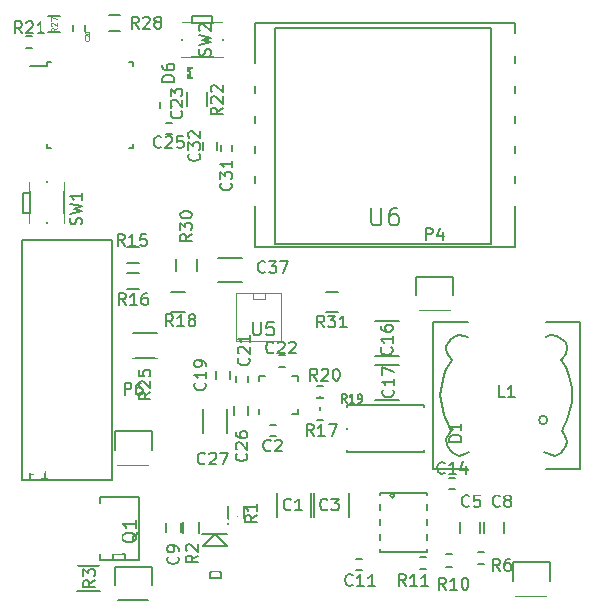
<source format=gto>
%FSLAX46Y46*%
G04 Gerber Fmt 4.6, Leading zero omitted, Abs format (unit mm)*
G04 Created by KiCad (PCBNEW (2014-10-31 BZR 5243)-product) date Sa 04 Apr 2015 22:31:08 CEST*
%MOMM*%
G01*
G04 APERTURE LIST*
%ADD10C,0.100000*%
%ADD11C,0.150000*%
%ADD12C,0.099060*%
%ADD13C,0.127000*%
%ADD14C,0.070000*%
%ADD15C,0.050000*%
%ADD16C,0.152400*%
%ADD17R,5.700040X5.199660*%
%ADD18R,2.332000X2.332000*%
%ADD19O,2.332000X2.332000*%
%ADD20O,0.600000X1.050000*%
%ADD21O,1.050000X0.600000*%
%ADD22R,1.200000X1.200000*%
%ADD23R,2.800000X1.300000*%
%ADD24R,1.550000X1.300000*%
%ADD25R,0.900000X0.800000*%
%ADD26R,1.300000X2.800000*%
%ADD27R,1.050000X1.100000*%
%ADD28R,0.800000X0.900000*%
%ADD29R,1.900000X1.300000*%
%ADD30R,0.700000X0.900000*%
%ADD31R,0.800000X1.200000*%
%ADD32R,1.200000X2.000000*%
%ADD33R,1.900000X0.850000*%
%ADD34R,0.850000X1.900000*%
%ADD35R,1.300000X1.900000*%
%ADD36R,1.000000X1.600000*%
%ADD37R,1.600000X1.000000*%
%ADD38R,1.300000X1.550000*%
%ADD39R,1.600480X1.100100*%
%ADD40R,1.097560X1.097560*%
%ADD41O,3.300000X1.900000*%
%ADD42R,1.500000X1.300000*%
%ADD43R,2.450000X0.750000*%
%ADD44C,1.800000*%
%ADD45R,1.350000X1.700000*%
%ADD46R,1.700000X1.350000*%
%ADD47R,1.700000X1.690000*%
%ADD48R,5.160000X3.660000*%
%ADD49R,4.872000X1.824000*%
%ADD50R,4.371620X1.300000*%
%ADD51R,1.999260X1.600480*%
%ADD52R,1.699540X0.899440*%
%ADD53R,3.099080X4.300500*%
%ADD54R,1.200000X0.800000*%
%ADD55R,2.535200X2.535200*%
%ADD56R,2.200000X2.200000*%
G04 APERTURE END LIST*
D10*
D11*
X120654418Y-54600580D02*
G75*
G03X120654418Y-54600580I-355618J0D01*
G01*
X120499460Y-47600340D02*
X120601060Y-47498740D01*
X120601060Y-47498740D02*
X120999840Y-47399680D01*
X120999840Y-47399680D02*
X121500220Y-47498740D01*
X121500220Y-47498740D02*
X121799940Y-47699400D01*
X121799940Y-47699400D02*
X122201260Y-47999120D01*
X122201260Y-47999120D02*
X122300320Y-48499500D01*
X122300320Y-48499500D02*
X122201260Y-48999880D01*
X122201260Y-48999880D02*
X121899000Y-49401200D01*
X121899000Y-49401200D02*
X121799940Y-49500260D01*
X121799940Y-49500260D02*
X122201260Y-50099700D01*
X122201260Y-50099700D02*
X122500980Y-50899800D01*
X122500980Y-50899800D02*
X122699100Y-51900560D01*
X122699100Y-51900560D02*
X122699100Y-53099440D01*
X122699100Y-53099440D02*
X122500980Y-54001140D01*
X122500980Y-54001140D02*
X122300320Y-54600580D01*
X122300320Y-54600580D02*
X122099660Y-55100960D01*
X122099660Y-55100960D02*
X121899000Y-55499740D01*
X121899000Y-55499740D02*
X122099660Y-55799460D01*
X122099660Y-55799460D02*
X122300320Y-56398900D01*
X122300320Y-56398900D02*
X122201260Y-56800220D01*
X122201260Y-56800220D02*
X122000600Y-57099940D01*
X122000600Y-57099940D02*
X121799940Y-57399660D01*
X121799940Y-57399660D02*
X121299560Y-57600320D01*
X121299560Y-57600320D02*
X120799180Y-57501260D01*
X120799180Y-57501260D02*
X120400400Y-57300600D01*
X113900540Y-47600340D02*
X113600820Y-47498740D01*
X113600820Y-47498740D02*
X113199500Y-47399680D01*
X113199500Y-47399680D02*
X112899780Y-47498740D01*
X112899780Y-47498740D02*
X112501000Y-47699400D01*
X112501000Y-47699400D02*
X112300340Y-47999120D01*
X112300340Y-47999120D02*
X112099680Y-48298840D01*
X112099680Y-48298840D02*
X112099680Y-48601100D01*
X112099680Y-48601100D02*
X112198740Y-48900820D01*
X112198740Y-48900820D02*
X112300340Y-49200540D01*
X112300340Y-49200540D02*
X112600060Y-49500260D01*
X112600060Y-49500260D02*
X112300340Y-49899040D01*
X112300340Y-49899040D02*
X112099680Y-50300360D01*
X112099680Y-50300360D02*
X111899020Y-50800740D01*
X111899020Y-50800740D02*
X111700900Y-51600840D01*
X111700900Y-51600840D02*
X111599300Y-52500000D01*
X111599300Y-52500000D02*
X111700900Y-53300100D01*
X111700900Y-53300100D02*
X111899020Y-54199260D01*
X111899020Y-54199260D02*
X112300340Y-55100960D01*
X112300340Y-55100960D02*
X112501000Y-55499740D01*
X112501000Y-55499740D02*
X112300340Y-55799460D01*
X112300340Y-55799460D02*
X112099680Y-56200780D01*
X112099680Y-56200780D02*
X112198740Y-56701160D01*
X112198740Y-56701160D02*
X112399400Y-57099940D01*
X112399400Y-57099940D02*
X112699120Y-57399660D01*
X112699120Y-57399660D02*
X113199500Y-57600320D01*
X113199500Y-57600320D02*
X113699880Y-57501260D01*
X113699880Y-57501260D02*
X113999600Y-57300600D01*
X120499460Y-58700140D02*
X123400140Y-58700140D01*
X123400140Y-58700140D02*
X123400140Y-46299860D01*
X123400140Y-46299860D02*
X120499460Y-46299860D01*
X110999860Y-46299860D02*
X110999860Y-58700140D01*
X110999860Y-58700140D02*
X113900540Y-58700140D01*
X110999860Y-46299860D02*
X113900540Y-46299860D01*
X96275000Y-50875000D02*
X96775000Y-50875000D01*
X99525000Y-54125000D02*
X99025000Y-54125000D01*
X99525000Y-50875000D02*
X99025000Y-50875000D01*
X96275000Y-54125000D02*
X96275000Y-53625000D01*
X99525000Y-54125000D02*
X99525000Y-53625000D01*
X99525000Y-50875000D02*
X99525000Y-51375000D01*
X96275000Y-50875000D02*
X96275000Y-51375000D01*
X97725000Y-60800000D02*
X97725000Y-62800000D01*
X100675000Y-62800000D02*
X100675000Y-60800000D01*
X100925000Y-60800000D02*
X100925000Y-62800000D01*
X103875000Y-62800000D02*
X103875000Y-60800000D01*
X113250000Y-63200000D02*
X113250000Y-64200000D01*
X114950000Y-64200000D02*
X114950000Y-63200000D01*
X115250000Y-63200000D02*
X115250000Y-64200000D01*
X116950000Y-64200000D02*
X116950000Y-63200000D01*
X104950000Y-66325000D02*
X104450000Y-66325000D01*
X104450000Y-67275000D02*
X104950000Y-67275000D01*
X112350000Y-60475000D02*
X112850000Y-60475000D01*
X112850000Y-59525000D02*
X112350000Y-59525000D01*
X106100000Y-49175000D02*
X108100000Y-49175000D01*
X108100000Y-46225000D02*
X106100000Y-46225000D01*
X106100000Y-52875000D02*
X108100000Y-52875000D01*
X108100000Y-49925000D02*
X106100000Y-49925000D01*
X92600000Y-51150000D02*
X92600000Y-50450000D01*
X93800000Y-50450000D02*
X93800000Y-51150000D01*
X80525000Y-21150000D02*
X80525000Y-21650000D01*
X81475000Y-21650000D02*
X81475000Y-21150000D01*
X94325000Y-50850000D02*
X94325000Y-51350000D01*
X95275000Y-51350000D02*
X95275000Y-50850000D01*
X98450000Y-49125000D02*
X97950000Y-49125000D01*
X97950000Y-50075000D02*
X98450000Y-50075000D01*
X87825000Y-27650000D02*
X87825000Y-28150000D01*
X88775000Y-28150000D02*
X88775000Y-27650000D01*
X88850000Y-29425000D02*
X88350000Y-29425000D01*
X88350000Y-30375000D02*
X88850000Y-30375000D01*
X95300000Y-53450000D02*
X95300000Y-54150000D01*
X94100000Y-54150000D02*
X94100000Y-53450000D01*
X93525000Y-55700000D02*
X93525000Y-53700000D01*
X91475000Y-53700000D02*
X91475000Y-55700000D01*
X93025000Y-31350000D02*
X93025000Y-31850000D01*
X93975000Y-31850000D02*
X93975000Y-31350000D01*
X91500000Y-31750000D02*
X91500000Y-31050000D01*
X92700000Y-31050000D02*
X92700000Y-31750000D01*
X115250000Y-65775000D02*
X114750000Y-65775000D01*
X114750000Y-66825000D02*
X115250000Y-66825000D01*
X112050000Y-67025000D02*
X112550000Y-67025000D01*
X112550000Y-65975000D02*
X112050000Y-65975000D01*
X109850000Y-67225000D02*
X110350000Y-67225000D01*
X110350000Y-66175000D02*
X109850000Y-66175000D01*
X85100000Y-39925000D02*
X86100000Y-39925000D01*
X86100000Y-41275000D02*
X85100000Y-41275000D01*
X85100000Y-42125000D02*
X86100000Y-42125000D01*
X86100000Y-43475000D02*
X85100000Y-43475000D01*
X101650000Y-53575000D02*
X101150000Y-53575000D01*
X101150000Y-54625000D02*
X101650000Y-54625000D01*
X101650000Y-52675000D02*
X101150000Y-52675000D01*
X101150000Y-53725000D02*
X101650000Y-53725000D01*
X101650000Y-51675000D02*
X101150000Y-51675000D01*
X101150000Y-52725000D02*
X101650000Y-52725000D01*
X77050000Y-22075000D02*
X76550000Y-22075000D01*
X76550000Y-23125000D02*
X77050000Y-23125000D01*
X85600000Y-47225000D02*
X87600000Y-47225000D01*
X87600000Y-49375000D02*
X85600000Y-49375000D01*
X78290000Y-24315000D02*
X78290000Y-24640000D01*
X85540000Y-24315000D02*
X85540000Y-24640000D01*
X85540000Y-31565000D02*
X85540000Y-31240000D01*
X78290000Y-31565000D02*
X78290000Y-31240000D01*
X78290000Y-24315000D02*
X78615000Y-24315000D01*
X78290000Y-31565000D02*
X78615000Y-31565000D01*
X85540000Y-31565000D02*
X85215000Y-31565000D01*
X85540000Y-24315000D02*
X85215000Y-24315000D01*
X78290000Y-24640000D02*
X76865000Y-24640000D01*
X94800000Y-40875000D02*
X92800000Y-40875000D01*
X92800000Y-42925000D02*
X94800000Y-42925000D01*
X88800000Y-43725000D02*
X90000000Y-43725000D01*
X90000000Y-45475000D02*
X88800000Y-45475000D01*
X91875000Y-26800000D02*
X91875000Y-28000000D01*
X90125000Y-28000000D02*
X90125000Y-26800000D01*
X79400000Y-21775000D02*
X78400000Y-21775000D01*
X78400000Y-20425000D02*
X79400000Y-20425000D01*
X84500000Y-21675000D02*
X83500000Y-21675000D01*
X83500000Y-20325000D02*
X84500000Y-20325000D01*
X89250000Y-41000000D02*
X89250000Y-42000000D01*
X90950000Y-42000000D02*
X90950000Y-41000000D01*
X101900000Y-45450000D02*
X102900000Y-45450000D01*
X102900000Y-43750000D02*
X101900000Y-43750000D01*
D12*
X94295000Y-43868000D02*
X94295000Y-47932000D01*
X98105000Y-43868000D02*
X98105000Y-47932000D01*
X98105000Y-47932000D02*
X94295000Y-47932000D01*
X94422000Y-43868000D02*
X94295000Y-43868000D01*
X98105000Y-43868000D02*
X94422000Y-43868000D01*
X96708000Y-43868000D02*
X96708000Y-44376000D01*
X96708000Y-44376000D02*
X95692000Y-44376000D01*
X95692000Y-44376000D02*
X95692000Y-43868000D01*
D11*
X89950420Y-25649580D02*
X89950420Y-24750420D01*
X89950420Y-24750420D02*
X89551640Y-24750420D01*
X89551640Y-25649580D02*
X89551640Y-24750420D01*
X89950420Y-25649580D02*
X89551640Y-25649580D01*
X91248360Y-25649580D02*
X91248360Y-24750420D01*
X91248360Y-24750420D02*
X90849580Y-24750420D01*
X90849580Y-25649580D02*
X90849580Y-24750420D01*
X91248360Y-25649580D02*
X90849580Y-25649580D01*
X90400000Y-25649580D02*
X90400000Y-25499720D01*
X90400000Y-25499720D02*
X90100280Y-25499720D01*
X90100280Y-25649580D02*
X90100280Y-25499720D01*
X90400000Y-25649580D02*
X90100280Y-25649580D01*
X90400000Y-24900280D02*
X90400000Y-24750420D01*
X90400000Y-24750420D02*
X90100280Y-24750420D01*
X90100280Y-24900280D02*
X90100280Y-24750420D01*
X90400000Y-24900280D02*
X90100280Y-24900280D01*
X90400000Y-25349860D02*
X90400000Y-25050140D01*
X90400000Y-25050140D02*
X90100280Y-25050140D01*
X90100280Y-25349860D02*
X90100280Y-25050140D01*
X90400000Y-25349860D02*
X90100280Y-25349860D01*
X89950420Y-25598780D02*
X90849580Y-25598780D01*
X89950420Y-24801220D02*
X90849580Y-24801220D01*
X97635000Y-21440000D02*
X115885000Y-21440000D01*
X115885000Y-21440000D02*
X115885000Y-39690000D01*
X115885000Y-39690000D02*
X97635000Y-39690000D01*
X97635000Y-39690000D02*
X97635000Y-21440000D01*
X95885000Y-20940000D02*
X117885000Y-20940000D01*
X117885000Y-20940000D02*
X117885000Y-39940000D01*
X117885000Y-39940000D02*
X95885000Y-39940000D01*
X95885000Y-39940000D02*
X95885000Y-20940000D01*
X107684605Y-61019000D02*
G75*
G03X107684605Y-61019000I-179605J0D01*
G01*
X106457000Y-60796000D02*
X106457000Y-65796000D01*
X106457000Y-65796000D02*
X110457000Y-65796000D01*
X110457000Y-65796000D02*
X110457000Y-60796000D01*
X110457000Y-60796000D02*
X106457000Y-60796000D01*
X76200000Y-39370000D02*
X83820000Y-39370000D01*
X83820000Y-39370000D02*
X83820000Y-59690000D01*
X83820000Y-59690000D02*
X76200000Y-59690000D01*
X76200000Y-59690000D02*
X76200000Y-39370000D01*
X76855000Y-35345000D02*
X76855000Y-37045000D01*
X76855000Y-37045000D02*
X76255000Y-37045000D01*
X76255000Y-37045000D02*
X76255000Y-35345000D01*
X76255000Y-35345000D02*
X76855000Y-35345000D01*
X79755000Y-34445000D02*
X79755000Y-37945000D01*
X79755000Y-37945000D02*
X76855000Y-37945000D01*
X76855000Y-37945000D02*
X76855000Y-34445000D01*
X76855000Y-34445000D02*
X79655000Y-34445000D01*
X92290000Y-20975000D02*
X90590000Y-20975000D01*
X90590000Y-20975000D02*
X90590000Y-20375000D01*
X90590000Y-20375000D02*
X92290000Y-20375000D01*
X92290000Y-20375000D02*
X92290000Y-20975000D01*
X93190000Y-23875000D02*
X89690000Y-23875000D01*
X89690000Y-23875000D02*
X89690000Y-20975000D01*
X89690000Y-20975000D02*
X93190000Y-20975000D01*
X93190000Y-20975000D02*
X93190000Y-23775000D01*
X97650000Y-55025000D02*
X97150000Y-55025000D01*
X97150000Y-55975000D02*
X97650000Y-55975000D01*
X103700000Y-53300000D02*
X103700000Y-57300000D01*
X103700000Y-57300000D02*
X110200000Y-57300000D01*
X110200000Y-57300000D02*
X110200000Y-53300000D01*
X110200000Y-53300000D02*
X103700000Y-53300000D01*
X89600000Y-63350000D02*
X89600000Y-64050000D01*
X88400000Y-64050000D02*
X88400000Y-63350000D01*
X92550800Y-64249760D02*
X91499240Y-65250520D01*
X91499240Y-65250520D02*
X93500760Y-65250520D01*
X93500760Y-65250520D02*
X92500000Y-64249760D01*
X91450980Y-64249760D02*
X93549020Y-64249760D01*
D13*
X86051000Y-61099980D02*
X86051000Y-66449220D01*
X82749000Y-66449220D02*
X82749000Y-61099980D01*
X82749000Y-61099980D02*
X86051000Y-61099980D01*
X82749000Y-66449220D02*
X86051000Y-66449220D01*
X83892000Y-66467000D02*
X83892000Y-65959000D01*
X83892000Y-65959000D02*
X84908000Y-65959000D01*
X84908000Y-65959000D02*
X84908000Y-66467000D01*
D11*
X94975000Y-61900000D02*
X94975000Y-62900000D01*
X93625000Y-62900000D02*
X93625000Y-61900000D01*
X89825000Y-64200000D02*
X89825000Y-63200000D01*
X91175000Y-63200000D02*
X91175000Y-64200000D01*
X82800000Y-69075000D02*
X80800000Y-69075000D01*
X80800000Y-66925000D02*
X82800000Y-66925000D01*
X112650000Y-42450000D02*
X112650000Y-44000000D01*
X109550000Y-44000000D02*
X109550000Y-42450000D01*
X109550000Y-42450000D02*
X112650000Y-42450000D01*
X109830000Y-45270000D02*
X112370000Y-45270000D01*
X87150000Y-67050000D02*
X87150000Y-68600000D01*
X84050000Y-68600000D02*
X84050000Y-67050000D01*
X84050000Y-67050000D02*
X87150000Y-67050000D01*
X84330000Y-69870000D02*
X86870000Y-69870000D01*
X87150000Y-55550000D02*
X87150000Y-57100000D01*
X84050000Y-57100000D02*
X84050000Y-55550000D01*
X84050000Y-55550000D02*
X87150000Y-55550000D01*
X84330000Y-58370000D02*
X86870000Y-58370000D01*
X120850000Y-66650000D02*
X120850000Y-68200000D01*
X117750000Y-68200000D02*
X117750000Y-66650000D01*
X117750000Y-66650000D02*
X120850000Y-66650000D01*
X118030000Y-69470000D02*
X120570000Y-69470000D01*
X117033334Y-52652381D02*
X116557143Y-52652381D01*
X116557143Y-51652381D01*
X117890477Y-52652381D02*
X117319048Y-52652381D01*
X117604762Y-52652381D02*
X117604762Y-51652381D01*
X117509524Y-51795238D01*
X117414286Y-51890476D01*
X117319048Y-51938095D01*
X76861905Y-59612381D02*
X76861905Y-58612381D01*
X77242858Y-58612381D01*
X77338096Y-58660000D01*
X77385715Y-58707619D01*
X77433334Y-58802857D01*
X77433334Y-58945714D01*
X77385715Y-59040952D01*
X77338096Y-59088571D01*
X77242858Y-59136190D01*
X76861905Y-59136190D01*
X78385715Y-59612381D02*
X77814286Y-59612381D01*
X78100000Y-59612381D02*
X78100000Y-58612381D01*
X78004762Y-58755238D01*
X77909524Y-58850476D01*
X77814286Y-58898095D01*
X98933334Y-62157143D02*
X98885715Y-62204762D01*
X98742858Y-62252381D01*
X98647620Y-62252381D01*
X98504762Y-62204762D01*
X98409524Y-62109524D01*
X98361905Y-62014286D01*
X98314286Y-61823810D01*
X98314286Y-61680952D01*
X98361905Y-61490476D01*
X98409524Y-61395238D01*
X98504762Y-61300000D01*
X98647620Y-61252381D01*
X98742858Y-61252381D01*
X98885715Y-61300000D01*
X98933334Y-61347619D01*
X99885715Y-62252381D02*
X99314286Y-62252381D01*
X99600000Y-62252381D02*
X99600000Y-61252381D01*
X99504762Y-61395238D01*
X99409524Y-61490476D01*
X99314286Y-61538095D01*
X102033334Y-62157143D02*
X101985715Y-62204762D01*
X101842858Y-62252381D01*
X101747620Y-62252381D01*
X101604762Y-62204762D01*
X101509524Y-62109524D01*
X101461905Y-62014286D01*
X101414286Y-61823810D01*
X101414286Y-61680952D01*
X101461905Y-61490476D01*
X101509524Y-61395238D01*
X101604762Y-61300000D01*
X101747620Y-61252381D01*
X101842858Y-61252381D01*
X101985715Y-61300000D01*
X102033334Y-61347619D01*
X102366667Y-61252381D02*
X102985715Y-61252381D01*
X102652381Y-61633333D01*
X102795239Y-61633333D01*
X102890477Y-61680952D01*
X102938096Y-61728571D01*
X102985715Y-61823810D01*
X102985715Y-62061905D01*
X102938096Y-62157143D01*
X102890477Y-62204762D01*
X102795239Y-62252381D01*
X102509524Y-62252381D01*
X102414286Y-62204762D01*
X102366667Y-62157143D01*
X114033334Y-61857143D02*
X113985715Y-61904762D01*
X113842858Y-61952381D01*
X113747620Y-61952381D01*
X113604762Y-61904762D01*
X113509524Y-61809524D01*
X113461905Y-61714286D01*
X113414286Y-61523810D01*
X113414286Y-61380952D01*
X113461905Y-61190476D01*
X113509524Y-61095238D01*
X113604762Y-61000000D01*
X113747620Y-60952381D01*
X113842858Y-60952381D01*
X113985715Y-61000000D01*
X114033334Y-61047619D01*
X114938096Y-60952381D02*
X114461905Y-60952381D01*
X114414286Y-61428571D01*
X114461905Y-61380952D01*
X114557143Y-61333333D01*
X114795239Y-61333333D01*
X114890477Y-61380952D01*
X114938096Y-61428571D01*
X114985715Y-61523810D01*
X114985715Y-61761905D01*
X114938096Y-61857143D01*
X114890477Y-61904762D01*
X114795239Y-61952381D01*
X114557143Y-61952381D01*
X114461905Y-61904762D01*
X114414286Y-61857143D01*
X116633334Y-61857143D02*
X116585715Y-61904762D01*
X116442858Y-61952381D01*
X116347620Y-61952381D01*
X116204762Y-61904762D01*
X116109524Y-61809524D01*
X116061905Y-61714286D01*
X116014286Y-61523810D01*
X116014286Y-61380952D01*
X116061905Y-61190476D01*
X116109524Y-61095238D01*
X116204762Y-61000000D01*
X116347620Y-60952381D01*
X116442858Y-60952381D01*
X116585715Y-61000000D01*
X116633334Y-61047619D01*
X117204762Y-61380952D02*
X117109524Y-61333333D01*
X117061905Y-61285714D01*
X117014286Y-61190476D01*
X117014286Y-61142857D01*
X117061905Y-61047619D01*
X117109524Y-61000000D01*
X117204762Y-60952381D01*
X117395239Y-60952381D01*
X117490477Y-61000000D01*
X117538096Y-61047619D01*
X117585715Y-61142857D01*
X117585715Y-61190476D01*
X117538096Y-61285714D01*
X117490477Y-61333333D01*
X117395239Y-61380952D01*
X117204762Y-61380952D01*
X117109524Y-61428571D01*
X117061905Y-61476190D01*
X117014286Y-61571429D01*
X117014286Y-61761905D01*
X117061905Y-61857143D01*
X117109524Y-61904762D01*
X117204762Y-61952381D01*
X117395239Y-61952381D01*
X117490477Y-61904762D01*
X117538096Y-61857143D01*
X117585715Y-61761905D01*
X117585715Y-61571429D01*
X117538096Y-61476190D01*
X117490477Y-61428571D01*
X117395239Y-61380952D01*
X104157143Y-68557143D02*
X104109524Y-68604762D01*
X103966667Y-68652381D01*
X103871429Y-68652381D01*
X103728571Y-68604762D01*
X103633333Y-68509524D01*
X103585714Y-68414286D01*
X103538095Y-68223810D01*
X103538095Y-68080952D01*
X103585714Y-67890476D01*
X103633333Y-67795238D01*
X103728571Y-67700000D01*
X103871429Y-67652381D01*
X103966667Y-67652381D01*
X104109524Y-67700000D01*
X104157143Y-67747619D01*
X105109524Y-68652381D02*
X104538095Y-68652381D01*
X104823809Y-68652381D02*
X104823809Y-67652381D01*
X104728571Y-67795238D01*
X104633333Y-67890476D01*
X104538095Y-67938095D01*
X106061905Y-68652381D02*
X105490476Y-68652381D01*
X105776190Y-68652381D02*
X105776190Y-67652381D01*
X105680952Y-67795238D01*
X105585714Y-67890476D01*
X105490476Y-67938095D01*
X111957143Y-59057143D02*
X111909524Y-59104762D01*
X111766667Y-59152381D01*
X111671429Y-59152381D01*
X111528571Y-59104762D01*
X111433333Y-59009524D01*
X111385714Y-58914286D01*
X111338095Y-58723810D01*
X111338095Y-58580952D01*
X111385714Y-58390476D01*
X111433333Y-58295238D01*
X111528571Y-58200000D01*
X111671429Y-58152381D01*
X111766667Y-58152381D01*
X111909524Y-58200000D01*
X111957143Y-58247619D01*
X112909524Y-59152381D02*
X112338095Y-59152381D01*
X112623809Y-59152381D02*
X112623809Y-58152381D01*
X112528571Y-58295238D01*
X112433333Y-58390476D01*
X112338095Y-58438095D01*
X113766667Y-58485714D02*
X113766667Y-59152381D01*
X113528571Y-58104762D02*
X113290476Y-58819048D01*
X113909524Y-58819048D01*
X107457143Y-48442857D02*
X107504762Y-48490476D01*
X107552381Y-48633333D01*
X107552381Y-48728571D01*
X107504762Y-48871429D01*
X107409524Y-48966667D01*
X107314286Y-49014286D01*
X107123810Y-49061905D01*
X106980952Y-49061905D01*
X106790476Y-49014286D01*
X106695238Y-48966667D01*
X106600000Y-48871429D01*
X106552381Y-48728571D01*
X106552381Y-48633333D01*
X106600000Y-48490476D01*
X106647619Y-48442857D01*
X107552381Y-47490476D02*
X107552381Y-48061905D01*
X107552381Y-47776191D02*
X106552381Y-47776191D01*
X106695238Y-47871429D01*
X106790476Y-47966667D01*
X106838095Y-48061905D01*
X106552381Y-46633333D02*
X106552381Y-46823810D01*
X106600000Y-46919048D01*
X106647619Y-46966667D01*
X106790476Y-47061905D01*
X106980952Y-47109524D01*
X107361905Y-47109524D01*
X107457143Y-47061905D01*
X107504762Y-47014286D01*
X107552381Y-46919048D01*
X107552381Y-46728571D01*
X107504762Y-46633333D01*
X107457143Y-46585714D01*
X107361905Y-46538095D01*
X107123810Y-46538095D01*
X107028571Y-46585714D01*
X106980952Y-46633333D01*
X106933333Y-46728571D01*
X106933333Y-46919048D01*
X106980952Y-47014286D01*
X107028571Y-47061905D01*
X107123810Y-47109524D01*
X107557143Y-52042857D02*
X107604762Y-52090476D01*
X107652381Y-52233333D01*
X107652381Y-52328571D01*
X107604762Y-52471429D01*
X107509524Y-52566667D01*
X107414286Y-52614286D01*
X107223810Y-52661905D01*
X107080952Y-52661905D01*
X106890476Y-52614286D01*
X106795238Y-52566667D01*
X106700000Y-52471429D01*
X106652381Y-52328571D01*
X106652381Y-52233333D01*
X106700000Y-52090476D01*
X106747619Y-52042857D01*
X107652381Y-51090476D02*
X107652381Y-51661905D01*
X107652381Y-51376191D02*
X106652381Y-51376191D01*
X106795238Y-51471429D01*
X106890476Y-51566667D01*
X106938095Y-51661905D01*
X106652381Y-50757143D02*
X106652381Y-50090476D01*
X107652381Y-50519048D01*
X91657143Y-51442857D02*
X91704762Y-51490476D01*
X91752381Y-51633333D01*
X91752381Y-51728571D01*
X91704762Y-51871429D01*
X91609524Y-51966667D01*
X91514286Y-52014286D01*
X91323810Y-52061905D01*
X91180952Y-52061905D01*
X90990476Y-52014286D01*
X90895238Y-51966667D01*
X90800000Y-51871429D01*
X90752381Y-51728571D01*
X90752381Y-51633333D01*
X90800000Y-51490476D01*
X90847619Y-51442857D01*
X91752381Y-50490476D02*
X91752381Y-51061905D01*
X91752381Y-50776191D02*
X90752381Y-50776191D01*
X90895238Y-50871429D01*
X90990476Y-50966667D01*
X91038095Y-51061905D01*
X91752381Y-50014286D02*
X91752381Y-49823810D01*
X91704762Y-49728571D01*
X91657143Y-49680952D01*
X91514286Y-49585714D01*
X91323810Y-49538095D01*
X90942857Y-49538095D01*
X90847619Y-49585714D01*
X90800000Y-49633333D01*
X90752381Y-49728571D01*
X90752381Y-49919048D01*
X90800000Y-50014286D01*
X90847619Y-50061905D01*
X90942857Y-50109524D01*
X91180952Y-50109524D01*
X91276190Y-50061905D01*
X91323810Y-50014286D01*
X91371429Y-49919048D01*
X91371429Y-49728571D01*
X91323810Y-49633333D01*
X91276190Y-49585714D01*
X91180952Y-49538095D01*
D14*
X81842857Y-22292857D02*
X81861905Y-22307143D01*
X81880952Y-22350000D01*
X81880952Y-22378571D01*
X81861905Y-22421428D01*
X81823810Y-22450000D01*
X81785714Y-22464285D01*
X81709524Y-22478571D01*
X81652381Y-22478571D01*
X81576190Y-22464285D01*
X81538095Y-22450000D01*
X81500000Y-22421428D01*
X81480952Y-22378571D01*
X81480952Y-22350000D01*
X81500000Y-22307143D01*
X81519048Y-22292857D01*
X81519048Y-22178571D02*
X81500000Y-22164285D01*
X81480952Y-22135714D01*
X81480952Y-22064285D01*
X81500000Y-22035714D01*
X81519048Y-22021428D01*
X81557143Y-22007143D01*
X81595238Y-22007143D01*
X81652381Y-22021428D01*
X81880952Y-22192857D01*
X81880952Y-22007143D01*
X81480952Y-21821429D02*
X81480952Y-21792857D01*
X81500000Y-21764286D01*
X81519048Y-21750000D01*
X81557143Y-21735714D01*
X81633333Y-21721429D01*
X81728571Y-21721429D01*
X81804762Y-21735714D01*
X81842857Y-21750000D01*
X81861905Y-21764286D01*
X81880952Y-21792857D01*
X81880952Y-21821429D01*
X81861905Y-21850000D01*
X81842857Y-21864286D01*
X81804762Y-21878571D01*
X81728571Y-21892857D01*
X81633333Y-21892857D01*
X81557143Y-21878571D01*
X81519048Y-21864286D01*
X81500000Y-21850000D01*
X81480952Y-21821429D01*
D11*
X95357143Y-49342857D02*
X95404762Y-49390476D01*
X95452381Y-49533333D01*
X95452381Y-49628571D01*
X95404762Y-49771429D01*
X95309524Y-49866667D01*
X95214286Y-49914286D01*
X95023810Y-49961905D01*
X94880952Y-49961905D01*
X94690476Y-49914286D01*
X94595238Y-49866667D01*
X94500000Y-49771429D01*
X94452381Y-49628571D01*
X94452381Y-49533333D01*
X94500000Y-49390476D01*
X94547619Y-49342857D01*
X94547619Y-48961905D02*
X94500000Y-48914286D01*
X94452381Y-48819048D01*
X94452381Y-48580952D01*
X94500000Y-48485714D01*
X94547619Y-48438095D01*
X94642857Y-48390476D01*
X94738095Y-48390476D01*
X94880952Y-48438095D01*
X95452381Y-49009524D01*
X95452381Y-48390476D01*
X95452381Y-47438095D02*
X95452381Y-48009524D01*
X95452381Y-47723810D02*
X94452381Y-47723810D01*
X94595238Y-47819048D01*
X94690476Y-47914286D01*
X94738095Y-48009524D01*
X97457143Y-48857143D02*
X97409524Y-48904762D01*
X97266667Y-48952381D01*
X97171429Y-48952381D01*
X97028571Y-48904762D01*
X96933333Y-48809524D01*
X96885714Y-48714286D01*
X96838095Y-48523810D01*
X96838095Y-48380952D01*
X96885714Y-48190476D01*
X96933333Y-48095238D01*
X97028571Y-48000000D01*
X97171429Y-47952381D01*
X97266667Y-47952381D01*
X97409524Y-48000000D01*
X97457143Y-48047619D01*
X97838095Y-48047619D02*
X97885714Y-48000000D01*
X97980952Y-47952381D01*
X98219048Y-47952381D01*
X98314286Y-48000000D01*
X98361905Y-48047619D01*
X98409524Y-48142857D01*
X98409524Y-48238095D01*
X98361905Y-48380952D01*
X97790476Y-48952381D01*
X98409524Y-48952381D01*
X98790476Y-48047619D02*
X98838095Y-48000000D01*
X98933333Y-47952381D01*
X99171429Y-47952381D01*
X99266667Y-48000000D01*
X99314286Y-48047619D01*
X99361905Y-48142857D01*
X99361905Y-48238095D01*
X99314286Y-48380952D01*
X98742857Y-48952381D01*
X99361905Y-48952381D01*
X89657143Y-28442857D02*
X89704762Y-28490476D01*
X89752381Y-28633333D01*
X89752381Y-28728571D01*
X89704762Y-28871429D01*
X89609524Y-28966667D01*
X89514286Y-29014286D01*
X89323810Y-29061905D01*
X89180952Y-29061905D01*
X88990476Y-29014286D01*
X88895238Y-28966667D01*
X88800000Y-28871429D01*
X88752381Y-28728571D01*
X88752381Y-28633333D01*
X88800000Y-28490476D01*
X88847619Y-28442857D01*
X88847619Y-28061905D02*
X88800000Y-28014286D01*
X88752381Y-27919048D01*
X88752381Y-27680952D01*
X88800000Y-27585714D01*
X88847619Y-27538095D01*
X88942857Y-27490476D01*
X89038095Y-27490476D01*
X89180952Y-27538095D01*
X89752381Y-28109524D01*
X89752381Y-27490476D01*
X88752381Y-27157143D02*
X88752381Y-26538095D01*
X89133333Y-26871429D01*
X89133333Y-26728571D01*
X89180952Y-26633333D01*
X89228571Y-26585714D01*
X89323810Y-26538095D01*
X89561905Y-26538095D01*
X89657143Y-26585714D01*
X89704762Y-26633333D01*
X89752381Y-26728571D01*
X89752381Y-27014286D01*
X89704762Y-27109524D01*
X89657143Y-27157143D01*
X87957143Y-31457143D02*
X87909524Y-31504762D01*
X87766667Y-31552381D01*
X87671429Y-31552381D01*
X87528571Y-31504762D01*
X87433333Y-31409524D01*
X87385714Y-31314286D01*
X87338095Y-31123810D01*
X87338095Y-30980952D01*
X87385714Y-30790476D01*
X87433333Y-30695238D01*
X87528571Y-30600000D01*
X87671429Y-30552381D01*
X87766667Y-30552381D01*
X87909524Y-30600000D01*
X87957143Y-30647619D01*
X88338095Y-30647619D02*
X88385714Y-30600000D01*
X88480952Y-30552381D01*
X88719048Y-30552381D01*
X88814286Y-30600000D01*
X88861905Y-30647619D01*
X88909524Y-30742857D01*
X88909524Y-30838095D01*
X88861905Y-30980952D01*
X88290476Y-31552381D01*
X88909524Y-31552381D01*
X89814286Y-30552381D02*
X89338095Y-30552381D01*
X89290476Y-31028571D01*
X89338095Y-30980952D01*
X89433333Y-30933333D01*
X89671429Y-30933333D01*
X89766667Y-30980952D01*
X89814286Y-31028571D01*
X89861905Y-31123810D01*
X89861905Y-31361905D01*
X89814286Y-31457143D01*
X89766667Y-31504762D01*
X89671429Y-31552381D01*
X89433333Y-31552381D01*
X89338095Y-31504762D01*
X89290476Y-31457143D01*
X95157143Y-57442857D02*
X95204762Y-57490476D01*
X95252381Y-57633333D01*
X95252381Y-57728571D01*
X95204762Y-57871429D01*
X95109524Y-57966667D01*
X95014286Y-58014286D01*
X94823810Y-58061905D01*
X94680952Y-58061905D01*
X94490476Y-58014286D01*
X94395238Y-57966667D01*
X94300000Y-57871429D01*
X94252381Y-57728571D01*
X94252381Y-57633333D01*
X94300000Y-57490476D01*
X94347619Y-57442857D01*
X94347619Y-57061905D02*
X94300000Y-57014286D01*
X94252381Y-56919048D01*
X94252381Y-56680952D01*
X94300000Y-56585714D01*
X94347619Y-56538095D01*
X94442857Y-56490476D01*
X94538095Y-56490476D01*
X94680952Y-56538095D01*
X95252381Y-57109524D01*
X95252381Y-56490476D01*
X94252381Y-55633333D02*
X94252381Y-55823810D01*
X94300000Y-55919048D01*
X94347619Y-55966667D01*
X94490476Y-56061905D01*
X94680952Y-56109524D01*
X95061905Y-56109524D01*
X95157143Y-56061905D01*
X95204762Y-56014286D01*
X95252381Y-55919048D01*
X95252381Y-55728571D01*
X95204762Y-55633333D01*
X95157143Y-55585714D01*
X95061905Y-55538095D01*
X94823810Y-55538095D01*
X94728571Y-55585714D01*
X94680952Y-55633333D01*
X94633333Y-55728571D01*
X94633333Y-55919048D01*
X94680952Y-56014286D01*
X94728571Y-56061905D01*
X94823810Y-56109524D01*
X91657143Y-58257143D02*
X91609524Y-58304762D01*
X91466667Y-58352381D01*
X91371429Y-58352381D01*
X91228571Y-58304762D01*
X91133333Y-58209524D01*
X91085714Y-58114286D01*
X91038095Y-57923810D01*
X91038095Y-57780952D01*
X91085714Y-57590476D01*
X91133333Y-57495238D01*
X91228571Y-57400000D01*
X91371429Y-57352381D01*
X91466667Y-57352381D01*
X91609524Y-57400000D01*
X91657143Y-57447619D01*
X92038095Y-57447619D02*
X92085714Y-57400000D01*
X92180952Y-57352381D01*
X92419048Y-57352381D01*
X92514286Y-57400000D01*
X92561905Y-57447619D01*
X92609524Y-57542857D01*
X92609524Y-57638095D01*
X92561905Y-57780952D01*
X91990476Y-58352381D01*
X92609524Y-58352381D01*
X92942857Y-57352381D02*
X93609524Y-57352381D01*
X93180952Y-58352381D01*
X93857143Y-34542857D02*
X93904762Y-34590476D01*
X93952381Y-34733333D01*
X93952381Y-34828571D01*
X93904762Y-34971429D01*
X93809524Y-35066667D01*
X93714286Y-35114286D01*
X93523810Y-35161905D01*
X93380952Y-35161905D01*
X93190476Y-35114286D01*
X93095238Y-35066667D01*
X93000000Y-34971429D01*
X92952381Y-34828571D01*
X92952381Y-34733333D01*
X93000000Y-34590476D01*
X93047619Y-34542857D01*
X92952381Y-34209524D02*
X92952381Y-33590476D01*
X93333333Y-33923810D01*
X93333333Y-33780952D01*
X93380952Y-33685714D01*
X93428571Y-33638095D01*
X93523810Y-33590476D01*
X93761905Y-33590476D01*
X93857143Y-33638095D01*
X93904762Y-33685714D01*
X93952381Y-33780952D01*
X93952381Y-34066667D01*
X93904762Y-34161905D01*
X93857143Y-34209524D01*
X93952381Y-32638095D02*
X93952381Y-33209524D01*
X93952381Y-32923810D02*
X92952381Y-32923810D01*
X93095238Y-33019048D01*
X93190476Y-33114286D01*
X93238095Y-33209524D01*
X91157143Y-32042857D02*
X91204762Y-32090476D01*
X91252381Y-32233333D01*
X91252381Y-32328571D01*
X91204762Y-32471429D01*
X91109524Y-32566667D01*
X91014286Y-32614286D01*
X90823810Y-32661905D01*
X90680952Y-32661905D01*
X90490476Y-32614286D01*
X90395238Y-32566667D01*
X90300000Y-32471429D01*
X90252381Y-32328571D01*
X90252381Y-32233333D01*
X90300000Y-32090476D01*
X90347619Y-32042857D01*
X90252381Y-31709524D02*
X90252381Y-31090476D01*
X90633333Y-31423810D01*
X90633333Y-31280952D01*
X90680952Y-31185714D01*
X90728571Y-31138095D01*
X90823810Y-31090476D01*
X91061905Y-31090476D01*
X91157143Y-31138095D01*
X91204762Y-31185714D01*
X91252381Y-31280952D01*
X91252381Y-31566667D01*
X91204762Y-31661905D01*
X91157143Y-31709524D01*
X90347619Y-30709524D02*
X90300000Y-30661905D01*
X90252381Y-30566667D01*
X90252381Y-30328571D01*
X90300000Y-30233333D01*
X90347619Y-30185714D01*
X90442857Y-30138095D01*
X90538095Y-30138095D01*
X90680952Y-30185714D01*
X91252381Y-30757143D01*
X91252381Y-30138095D01*
X116633334Y-67352381D02*
X116300000Y-66876190D01*
X116061905Y-67352381D02*
X116061905Y-66352381D01*
X116442858Y-66352381D01*
X116538096Y-66400000D01*
X116585715Y-66447619D01*
X116633334Y-66542857D01*
X116633334Y-66685714D01*
X116585715Y-66780952D01*
X116538096Y-66828571D01*
X116442858Y-66876190D01*
X116061905Y-66876190D01*
X117490477Y-66352381D02*
X117300000Y-66352381D01*
X117204762Y-66400000D01*
X117157143Y-66447619D01*
X117061905Y-66590476D01*
X117014286Y-66780952D01*
X117014286Y-67161905D01*
X117061905Y-67257143D01*
X117109524Y-67304762D01*
X117204762Y-67352381D01*
X117395239Y-67352381D01*
X117490477Y-67304762D01*
X117538096Y-67257143D01*
X117585715Y-67161905D01*
X117585715Y-66923810D01*
X117538096Y-66828571D01*
X117490477Y-66780952D01*
X117395239Y-66733333D01*
X117204762Y-66733333D01*
X117109524Y-66780952D01*
X117061905Y-66828571D01*
X117014286Y-66923810D01*
X112057143Y-68952381D02*
X111723809Y-68476190D01*
X111485714Y-68952381D02*
X111485714Y-67952381D01*
X111866667Y-67952381D01*
X111961905Y-68000000D01*
X112009524Y-68047619D01*
X112057143Y-68142857D01*
X112057143Y-68285714D01*
X112009524Y-68380952D01*
X111961905Y-68428571D01*
X111866667Y-68476190D01*
X111485714Y-68476190D01*
X113009524Y-68952381D02*
X112438095Y-68952381D01*
X112723809Y-68952381D02*
X112723809Y-67952381D01*
X112628571Y-68095238D01*
X112533333Y-68190476D01*
X112438095Y-68238095D01*
X113628571Y-67952381D02*
X113723810Y-67952381D01*
X113819048Y-68000000D01*
X113866667Y-68047619D01*
X113914286Y-68142857D01*
X113961905Y-68333333D01*
X113961905Y-68571429D01*
X113914286Y-68761905D01*
X113866667Y-68857143D01*
X113819048Y-68904762D01*
X113723810Y-68952381D01*
X113628571Y-68952381D01*
X113533333Y-68904762D01*
X113485714Y-68857143D01*
X113438095Y-68761905D01*
X113390476Y-68571429D01*
X113390476Y-68333333D01*
X113438095Y-68142857D01*
X113485714Y-68047619D01*
X113533333Y-68000000D01*
X113628571Y-67952381D01*
X108657143Y-68652381D02*
X108323809Y-68176190D01*
X108085714Y-68652381D02*
X108085714Y-67652381D01*
X108466667Y-67652381D01*
X108561905Y-67700000D01*
X108609524Y-67747619D01*
X108657143Y-67842857D01*
X108657143Y-67985714D01*
X108609524Y-68080952D01*
X108561905Y-68128571D01*
X108466667Y-68176190D01*
X108085714Y-68176190D01*
X109609524Y-68652381D02*
X109038095Y-68652381D01*
X109323809Y-68652381D02*
X109323809Y-67652381D01*
X109228571Y-67795238D01*
X109133333Y-67890476D01*
X109038095Y-67938095D01*
X110561905Y-68652381D02*
X109990476Y-68652381D01*
X110276190Y-68652381D02*
X110276190Y-67652381D01*
X110180952Y-67795238D01*
X110085714Y-67890476D01*
X109990476Y-67938095D01*
X84857143Y-39852381D02*
X84523809Y-39376190D01*
X84285714Y-39852381D02*
X84285714Y-38852381D01*
X84666667Y-38852381D01*
X84761905Y-38900000D01*
X84809524Y-38947619D01*
X84857143Y-39042857D01*
X84857143Y-39185714D01*
X84809524Y-39280952D01*
X84761905Y-39328571D01*
X84666667Y-39376190D01*
X84285714Y-39376190D01*
X85809524Y-39852381D02*
X85238095Y-39852381D01*
X85523809Y-39852381D02*
X85523809Y-38852381D01*
X85428571Y-38995238D01*
X85333333Y-39090476D01*
X85238095Y-39138095D01*
X86714286Y-38852381D02*
X86238095Y-38852381D01*
X86190476Y-39328571D01*
X86238095Y-39280952D01*
X86333333Y-39233333D01*
X86571429Y-39233333D01*
X86666667Y-39280952D01*
X86714286Y-39328571D01*
X86761905Y-39423810D01*
X86761905Y-39661905D01*
X86714286Y-39757143D01*
X86666667Y-39804762D01*
X86571429Y-39852381D01*
X86333333Y-39852381D01*
X86238095Y-39804762D01*
X86190476Y-39757143D01*
X84957143Y-44852381D02*
X84623809Y-44376190D01*
X84385714Y-44852381D02*
X84385714Y-43852381D01*
X84766667Y-43852381D01*
X84861905Y-43900000D01*
X84909524Y-43947619D01*
X84957143Y-44042857D01*
X84957143Y-44185714D01*
X84909524Y-44280952D01*
X84861905Y-44328571D01*
X84766667Y-44376190D01*
X84385714Y-44376190D01*
X85909524Y-44852381D02*
X85338095Y-44852381D01*
X85623809Y-44852381D02*
X85623809Y-43852381D01*
X85528571Y-43995238D01*
X85433333Y-44090476D01*
X85338095Y-44138095D01*
X86766667Y-43852381D02*
X86576190Y-43852381D01*
X86480952Y-43900000D01*
X86433333Y-43947619D01*
X86338095Y-44090476D01*
X86290476Y-44280952D01*
X86290476Y-44661905D01*
X86338095Y-44757143D01*
X86385714Y-44804762D01*
X86480952Y-44852381D01*
X86671429Y-44852381D01*
X86766667Y-44804762D01*
X86814286Y-44757143D01*
X86861905Y-44661905D01*
X86861905Y-44423810D01*
X86814286Y-44328571D01*
X86766667Y-44280952D01*
X86671429Y-44233333D01*
X86480952Y-44233333D01*
X86385714Y-44280952D01*
X86338095Y-44328571D01*
X86290476Y-44423810D01*
X100857143Y-55952381D02*
X100523809Y-55476190D01*
X100285714Y-55952381D02*
X100285714Y-54952381D01*
X100666667Y-54952381D01*
X100761905Y-55000000D01*
X100809524Y-55047619D01*
X100857143Y-55142857D01*
X100857143Y-55285714D01*
X100809524Y-55380952D01*
X100761905Y-55428571D01*
X100666667Y-55476190D01*
X100285714Y-55476190D01*
X101809524Y-55952381D02*
X101238095Y-55952381D01*
X101523809Y-55952381D02*
X101523809Y-54952381D01*
X101428571Y-55095238D01*
X101333333Y-55190476D01*
X101238095Y-55238095D01*
X102142857Y-54952381D02*
X102809524Y-54952381D01*
X102380952Y-55952381D01*
X103650000Y-53116667D02*
X103416666Y-52783333D01*
X103250000Y-53116667D02*
X103250000Y-52416667D01*
X103516666Y-52416667D01*
X103583333Y-52450000D01*
X103616666Y-52483333D01*
X103650000Y-52550000D01*
X103650000Y-52650000D01*
X103616666Y-52716667D01*
X103583333Y-52750000D01*
X103516666Y-52783333D01*
X103250000Y-52783333D01*
X104316666Y-53116667D02*
X103916666Y-53116667D01*
X104116666Y-53116667D02*
X104116666Y-52416667D01*
X104050000Y-52516667D01*
X103983333Y-52583333D01*
X103916666Y-52616667D01*
X104650000Y-53116667D02*
X104783333Y-53116667D01*
X104850000Y-53083333D01*
X104883333Y-53050000D01*
X104950000Y-52950000D01*
X104983333Y-52816667D01*
X104983333Y-52550000D01*
X104950000Y-52483333D01*
X104916667Y-52450000D01*
X104850000Y-52416667D01*
X104716667Y-52416667D01*
X104650000Y-52450000D01*
X104616667Y-52483333D01*
X104583333Y-52550000D01*
X104583333Y-52716667D01*
X104616667Y-52783333D01*
X104650000Y-52816667D01*
X104716667Y-52850000D01*
X104850000Y-52850000D01*
X104916667Y-52816667D01*
X104950000Y-52783333D01*
X104983333Y-52716667D01*
X101157143Y-51252381D02*
X100823809Y-50776190D01*
X100585714Y-51252381D02*
X100585714Y-50252381D01*
X100966667Y-50252381D01*
X101061905Y-50300000D01*
X101109524Y-50347619D01*
X101157143Y-50442857D01*
X101157143Y-50585714D01*
X101109524Y-50680952D01*
X101061905Y-50728571D01*
X100966667Y-50776190D01*
X100585714Y-50776190D01*
X101538095Y-50347619D02*
X101585714Y-50300000D01*
X101680952Y-50252381D01*
X101919048Y-50252381D01*
X102014286Y-50300000D01*
X102061905Y-50347619D01*
X102109524Y-50442857D01*
X102109524Y-50538095D01*
X102061905Y-50680952D01*
X101490476Y-51252381D01*
X102109524Y-51252381D01*
X102728571Y-50252381D02*
X102823810Y-50252381D01*
X102919048Y-50300000D01*
X102966667Y-50347619D01*
X103014286Y-50442857D01*
X103061905Y-50633333D01*
X103061905Y-50871429D01*
X103014286Y-51061905D01*
X102966667Y-51157143D01*
X102919048Y-51204762D01*
X102823810Y-51252381D01*
X102728571Y-51252381D01*
X102633333Y-51204762D01*
X102585714Y-51157143D01*
X102538095Y-51061905D01*
X102490476Y-50871429D01*
X102490476Y-50633333D01*
X102538095Y-50442857D01*
X102585714Y-50347619D01*
X102633333Y-50300000D01*
X102728571Y-50252381D01*
X76157143Y-21852381D02*
X75823809Y-21376190D01*
X75585714Y-21852381D02*
X75585714Y-20852381D01*
X75966667Y-20852381D01*
X76061905Y-20900000D01*
X76109524Y-20947619D01*
X76157143Y-21042857D01*
X76157143Y-21185714D01*
X76109524Y-21280952D01*
X76061905Y-21328571D01*
X75966667Y-21376190D01*
X75585714Y-21376190D01*
X76538095Y-20947619D02*
X76585714Y-20900000D01*
X76680952Y-20852381D01*
X76919048Y-20852381D01*
X77014286Y-20900000D01*
X77061905Y-20947619D01*
X77109524Y-21042857D01*
X77109524Y-21138095D01*
X77061905Y-21280952D01*
X76490476Y-21852381D01*
X77109524Y-21852381D01*
X78061905Y-21852381D02*
X77490476Y-21852381D01*
X77776190Y-21852381D02*
X77776190Y-20852381D01*
X77680952Y-20995238D01*
X77585714Y-21090476D01*
X77490476Y-21138095D01*
X87052381Y-52242857D02*
X86576190Y-52576191D01*
X87052381Y-52814286D02*
X86052381Y-52814286D01*
X86052381Y-52433333D01*
X86100000Y-52338095D01*
X86147619Y-52290476D01*
X86242857Y-52242857D01*
X86385714Y-52242857D01*
X86480952Y-52290476D01*
X86528571Y-52338095D01*
X86576190Y-52433333D01*
X86576190Y-52814286D01*
X86147619Y-51861905D02*
X86100000Y-51814286D01*
X86052381Y-51719048D01*
X86052381Y-51480952D01*
X86100000Y-51385714D01*
X86147619Y-51338095D01*
X86242857Y-51290476D01*
X86338095Y-51290476D01*
X86480952Y-51338095D01*
X87052381Y-51909524D01*
X87052381Y-51290476D01*
X86052381Y-50385714D02*
X86052381Y-50861905D01*
X86528571Y-50909524D01*
X86480952Y-50861905D01*
X86433333Y-50766667D01*
X86433333Y-50528571D01*
X86480952Y-50433333D01*
X86528571Y-50385714D01*
X86623810Y-50338095D01*
X86861905Y-50338095D01*
X86957143Y-50385714D01*
X87004762Y-50433333D01*
X87052381Y-50528571D01*
X87052381Y-50766667D01*
X87004762Y-50861905D01*
X86957143Y-50909524D01*
X96757143Y-42057143D02*
X96709524Y-42104762D01*
X96566667Y-42152381D01*
X96471429Y-42152381D01*
X96328571Y-42104762D01*
X96233333Y-42009524D01*
X96185714Y-41914286D01*
X96138095Y-41723810D01*
X96138095Y-41580952D01*
X96185714Y-41390476D01*
X96233333Y-41295238D01*
X96328571Y-41200000D01*
X96471429Y-41152381D01*
X96566667Y-41152381D01*
X96709524Y-41200000D01*
X96757143Y-41247619D01*
X97090476Y-41152381D02*
X97709524Y-41152381D01*
X97376190Y-41533333D01*
X97519048Y-41533333D01*
X97614286Y-41580952D01*
X97661905Y-41628571D01*
X97709524Y-41723810D01*
X97709524Y-41961905D01*
X97661905Y-42057143D01*
X97614286Y-42104762D01*
X97519048Y-42152381D01*
X97233333Y-42152381D01*
X97138095Y-42104762D01*
X97090476Y-42057143D01*
X98042857Y-41152381D02*
X98709524Y-41152381D01*
X98280952Y-42152381D01*
X88957143Y-46652381D02*
X88623809Y-46176190D01*
X88385714Y-46652381D02*
X88385714Y-45652381D01*
X88766667Y-45652381D01*
X88861905Y-45700000D01*
X88909524Y-45747619D01*
X88957143Y-45842857D01*
X88957143Y-45985714D01*
X88909524Y-46080952D01*
X88861905Y-46128571D01*
X88766667Y-46176190D01*
X88385714Y-46176190D01*
X89909524Y-46652381D02*
X89338095Y-46652381D01*
X89623809Y-46652381D02*
X89623809Y-45652381D01*
X89528571Y-45795238D01*
X89433333Y-45890476D01*
X89338095Y-45938095D01*
X90480952Y-46080952D02*
X90385714Y-46033333D01*
X90338095Y-45985714D01*
X90290476Y-45890476D01*
X90290476Y-45842857D01*
X90338095Y-45747619D01*
X90385714Y-45700000D01*
X90480952Y-45652381D01*
X90671429Y-45652381D01*
X90766667Y-45700000D01*
X90814286Y-45747619D01*
X90861905Y-45842857D01*
X90861905Y-45890476D01*
X90814286Y-45985714D01*
X90766667Y-46033333D01*
X90671429Y-46080952D01*
X90480952Y-46080952D01*
X90385714Y-46128571D01*
X90338095Y-46176190D01*
X90290476Y-46271429D01*
X90290476Y-46461905D01*
X90338095Y-46557143D01*
X90385714Y-46604762D01*
X90480952Y-46652381D01*
X90671429Y-46652381D01*
X90766667Y-46604762D01*
X90814286Y-46557143D01*
X90861905Y-46461905D01*
X90861905Y-46271429D01*
X90814286Y-46176190D01*
X90766667Y-46128571D01*
X90671429Y-46080952D01*
X93152381Y-28142857D02*
X92676190Y-28476191D01*
X93152381Y-28714286D02*
X92152381Y-28714286D01*
X92152381Y-28333333D01*
X92200000Y-28238095D01*
X92247619Y-28190476D01*
X92342857Y-28142857D01*
X92485714Y-28142857D01*
X92580952Y-28190476D01*
X92628571Y-28238095D01*
X92676190Y-28333333D01*
X92676190Y-28714286D01*
X92247619Y-27761905D02*
X92200000Y-27714286D01*
X92152381Y-27619048D01*
X92152381Y-27380952D01*
X92200000Y-27285714D01*
X92247619Y-27238095D01*
X92342857Y-27190476D01*
X92438095Y-27190476D01*
X92580952Y-27238095D01*
X93152381Y-27809524D01*
X93152381Y-27190476D01*
X92247619Y-26809524D02*
X92200000Y-26761905D01*
X92152381Y-26666667D01*
X92152381Y-26428571D01*
X92200000Y-26333333D01*
X92247619Y-26285714D01*
X92342857Y-26238095D01*
X92438095Y-26238095D01*
X92580952Y-26285714D01*
X93152381Y-26857143D01*
X93152381Y-26238095D01*
D15*
X79126190Y-21421428D02*
X78888095Y-21588095D01*
X79126190Y-21707142D02*
X78626190Y-21707142D01*
X78626190Y-21516666D01*
X78650000Y-21469047D01*
X78673810Y-21445238D01*
X78721429Y-21421428D01*
X78792857Y-21421428D01*
X78840476Y-21445238D01*
X78864286Y-21469047D01*
X78888095Y-21516666D01*
X78888095Y-21707142D01*
X78673810Y-21230952D02*
X78650000Y-21207142D01*
X78626190Y-21159523D01*
X78626190Y-21040476D01*
X78650000Y-20992857D01*
X78673810Y-20969047D01*
X78721429Y-20945238D01*
X78769048Y-20945238D01*
X78840476Y-20969047D01*
X79126190Y-21254761D01*
X79126190Y-20945238D01*
X78626190Y-20778571D02*
X78626190Y-20445238D01*
X79126190Y-20659524D01*
D11*
X86057143Y-21452381D02*
X85723809Y-20976190D01*
X85485714Y-21452381D02*
X85485714Y-20452381D01*
X85866667Y-20452381D01*
X85961905Y-20500000D01*
X86009524Y-20547619D01*
X86057143Y-20642857D01*
X86057143Y-20785714D01*
X86009524Y-20880952D01*
X85961905Y-20928571D01*
X85866667Y-20976190D01*
X85485714Y-20976190D01*
X86438095Y-20547619D02*
X86485714Y-20500000D01*
X86580952Y-20452381D01*
X86819048Y-20452381D01*
X86914286Y-20500000D01*
X86961905Y-20547619D01*
X87009524Y-20642857D01*
X87009524Y-20738095D01*
X86961905Y-20880952D01*
X86390476Y-21452381D01*
X87009524Y-21452381D01*
X87580952Y-20880952D02*
X87485714Y-20833333D01*
X87438095Y-20785714D01*
X87390476Y-20690476D01*
X87390476Y-20642857D01*
X87438095Y-20547619D01*
X87485714Y-20500000D01*
X87580952Y-20452381D01*
X87771429Y-20452381D01*
X87866667Y-20500000D01*
X87914286Y-20547619D01*
X87961905Y-20642857D01*
X87961905Y-20690476D01*
X87914286Y-20785714D01*
X87866667Y-20833333D01*
X87771429Y-20880952D01*
X87580952Y-20880952D01*
X87485714Y-20928571D01*
X87438095Y-20976190D01*
X87390476Y-21071429D01*
X87390476Y-21261905D01*
X87438095Y-21357143D01*
X87485714Y-21404762D01*
X87580952Y-21452381D01*
X87771429Y-21452381D01*
X87866667Y-21404762D01*
X87914286Y-21357143D01*
X87961905Y-21261905D01*
X87961905Y-21071429D01*
X87914286Y-20976190D01*
X87866667Y-20928571D01*
X87771429Y-20880952D01*
X90552381Y-38842857D02*
X90076190Y-39176191D01*
X90552381Y-39414286D02*
X89552381Y-39414286D01*
X89552381Y-39033333D01*
X89600000Y-38938095D01*
X89647619Y-38890476D01*
X89742857Y-38842857D01*
X89885714Y-38842857D01*
X89980952Y-38890476D01*
X90028571Y-38938095D01*
X90076190Y-39033333D01*
X90076190Y-39414286D01*
X89552381Y-38509524D02*
X89552381Y-37890476D01*
X89933333Y-38223810D01*
X89933333Y-38080952D01*
X89980952Y-37985714D01*
X90028571Y-37938095D01*
X90123810Y-37890476D01*
X90361905Y-37890476D01*
X90457143Y-37938095D01*
X90504762Y-37985714D01*
X90552381Y-38080952D01*
X90552381Y-38366667D01*
X90504762Y-38461905D01*
X90457143Y-38509524D01*
X89552381Y-37271429D02*
X89552381Y-37176190D01*
X89600000Y-37080952D01*
X89647619Y-37033333D01*
X89742857Y-36985714D01*
X89933333Y-36938095D01*
X90171429Y-36938095D01*
X90361905Y-36985714D01*
X90457143Y-37033333D01*
X90504762Y-37080952D01*
X90552381Y-37176190D01*
X90552381Y-37271429D01*
X90504762Y-37366667D01*
X90457143Y-37414286D01*
X90361905Y-37461905D01*
X90171429Y-37509524D01*
X89933333Y-37509524D01*
X89742857Y-37461905D01*
X89647619Y-37414286D01*
X89600000Y-37366667D01*
X89552381Y-37271429D01*
X101757143Y-46752381D02*
X101423809Y-46276190D01*
X101185714Y-46752381D02*
X101185714Y-45752381D01*
X101566667Y-45752381D01*
X101661905Y-45800000D01*
X101709524Y-45847619D01*
X101757143Y-45942857D01*
X101757143Y-46085714D01*
X101709524Y-46180952D01*
X101661905Y-46228571D01*
X101566667Y-46276190D01*
X101185714Y-46276190D01*
X102090476Y-45752381D02*
X102709524Y-45752381D01*
X102376190Y-46133333D01*
X102519048Y-46133333D01*
X102614286Y-46180952D01*
X102661905Y-46228571D01*
X102709524Y-46323810D01*
X102709524Y-46561905D01*
X102661905Y-46657143D01*
X102614286Y-46704762D01*
X102519048Y-46752381D01*
X102233333Y-46752381D01*
X102138095Y-46704762D01*
X102090476Y-46657143D01*
X103661905Y-46752381D02*
X103090476Y-46752381D01*
X103376190Y-46752381D02*
X103376190Y-45752381D01*
X103280952Y-45895238D01*
X103185714Y-45990476D01*
X103090476Y-46038095D01*
D16*
X95729143Y-46274071D02*
X95729143Y-47199357D01*
X95783571Y-47308214D01*
X95838000Y-47362643D01*
X95946857Y-47417071D01*
X96164571Y-47417071D01*
X96273429Y-47362643D01*
X96327857Y-47308214D01*
X96382286Y-47199357D01*
X96382286Y-46274071D01*
X97470858Y-46274071D02*
X96926572Y-46274071D01*
X96872143Y-46818357D01*
X96926572Y-46763929D01*
X97035429Y-46709500D01*
X97307572Y-46709500D01*
X97416429Y-46763929D01*
X97470858Y-46818357D01*
X97525286Y-46927214D01*
X97525286Y-47199357D01*
X97470858Y-47308214D01*
X97416429Y-47362643D01*
X97307572Y-47417071D01*
X97035429Y-47417071D01*
X96926572Y-47362643D01*
X96872143Y-47308214D01*
D11*
X89052381Y-25938095D02*
X88052381Y-25938095D01*
X88052381Y-25700000D01*
X88100000Y-25557142D01*
X88195238Y-25461904D01*
X88290476Y-25414285D01*
X88480952Y-25366666D01*
X88623810Y-25366666D01*
X88814286Y-25414285D01*
X88909524Y-25461904D01*
X89004762Y-25557142D01*
X89052381Y-25700000D01*
X89052381Y-25938095D01*
X88052381Y-24509523D02*
X88052381Y-24700000D01*
X88100000Y-24795238D01*
X88147619Y-24842857D01*
X88290476Y-24938095D01*
X88480952Y-24985714D01*
X88861905Y-24985714D01*
X88957143Y-24938095D01*
X89004762Y-24890476D01*
X89052381Y-24795238D01*
X89052381Y-24604761D01*
X89004762Y-24509523D01*
X88957143Y-24461904D01*
X88861905Y-24414285D01*
X88623810Y-24414285D01*
X88528571Y-24461904D01*
X88480952Y-24509523D01*
X88433333Y-24604761D01*
X88433333Y-24795238D01*
X88480952Y-24890476D01*
X88528571Y-24938095D01*
X88623810Y-24985714D01*
X105742143Y-36618571D02*
X105742143Y-37832857D01*
X105813571Y-37975714D01*
X105885000Y-38047143D01*
X106027857Y-38118571D01*
X106313571Y-38118571D01*
X106456429Y-38047143D01*
X106527857Y-37975714D01*
X106599286Y-37832857D01*
X106599286Y-36618571D01*
X107956429Y-36618571D02*
X107670715Y-36618571D01*
X107527858Y-36690000D01*
X107456429Y-36761429D01*
X107313572Y-36975714D01*
X107242143Y-37261429D01*
X107242143Y-37832857D01*
X107313572Y-37975714D01*
X107385000Y-38047143D01*
X107527858Y-38118571D01*
X107813572Y-38118571D01*
X107956429Y-38047143D01*
X108027858Y-37975714D01*
X108099286Y-37832857D01*
X108099286Y-37475714D01*
X108027858Y-37332857D01*
X107956429Y-37261429D01*
X107813572Y-37190000D01*
X107527858Y-37190000D01*
X107385000Y-37261429D01*
X107313572Y-37332857D01*
X107242143Y-37475714D01*
X81204762Y-38033333D02*
X81252381Y-37890476D01*
X81252381Y-37652380D01*
X81204762Y-37557142D01*
X81157143Y-37509523D01*
X81061905Y-37461904D01*
X80966667Y-37461904D01*
X80871429Y-37509523D01*
X80823810Y-37557142D01*
X80776190Y-37652380D01*
X80728571Y-37842857D01*
X80680952Y-37938095D01*
X80633333Y-37985714D01*
X80538095Y-38033333D01*
X80442857Y-38033333D01*
X80347619Y-37985714D01*
X80300000Y-37938095D01*
X80252381Y-37842857D01*
X80252381Y-37604761D01*
X80300000Y-37461904D01*
X80252381Y-37128571D02*
X81252381Y-36890476D01*
X80538095Y-36699999D01*
X81252381Y-36509523D01*
X80252381Y-36271428D01*
X81252381Y-35366666D02*
X81252381Y-35938095D01*
X81252381Y-35652381D02*
X80252381Y-35652381D01*
X80395238Y-35747619D01*
X80490476Y-35842857D01*
X80538095Y-35938095D01*
X92104762Y-23733333D02*
X92152381Y-23590476D01*
X92152381Y-23352380D01*
X92104762Y-23257142D01*
X92057143Y-23209523D01*
X91961905Y-23161904D01*
X91866667Y-23161904D01*
X91771429Y-23209523D01*
X91723810Y-23257142D01*
X91676190Y-23352380D01*
X91628571Y-23542857D01*
X91580952Y-23638095D01*
X91533333Y-23685714D01*
X91438095Y-23733333D01*
X91342857Y-23733333D01*
X91247619Y-23685714D01*
X91200000Y-23638095D01*
X91152381Y-23542857D01*
X91152381Y-23304761D01*
X91200000Y-23161904D01*
X91152381Y-22828571D02*
X92152381Y-22590476D01*
X91438095Y-22399999D01*
X92152381Y-22209523D01*
X91152381Y-21971428D01*
X91247619Y-21638095D02*
X91200000Y-21590476D01*
X91152381Y-21495238D01*
X91152381Y-21257142D01*
X91200000Y-21161904D01*
X91247619Y-21114285D01*
X91342857Y-21066666D01*
X91438095Y-21066666D01*
X91580952Y-21114285D01*
X92152381Y-21685714D01*
X92152381Y-21066666D01*
X97233334Y-57157143D02*
X97185715Y-57204762D01*
X97042858Y-57252381D01*
X96947620Y-57252381D01*
X96804762Y-57204762D01*
X96709524Y-57109524D01*
X96661905Y-57014286D01*
X96614286Y-56823810D01*
X96614286Y-56680952D01*
X96661905Y-56490476D01*
X96709524Y-56395238D01*
X96804762Y-56300000D01*
X96947620Y-56252381D01*
X97042858Y-56252381D01*
X97185715Y-56300000D01*
X97233334Y-56347619D01*
X97614286Y-56347619D02*
X97661905Y-56300000D01*
X97757143Y-56252381D01*
X97995239Y-56252381D01*
X98090477Y-56300000D01*
X98138096Y-56347619D01*
X98185715Y-56442857D01*
X98185715Y-56538095D01*
X98138096Y-56680952D01*
X97566667Y-57252381D01*
X98185715Y-57252381D01*
X113359381Y-56419095D02*
X112359381Y-56419095D01*
X112359381Y-56181000D01*
X112407000Y-56038142D01*
X112502238Y-55942904D01*
X112597476Y-55895285D01*
X112787952Y-55847666D01*
X112930810Y-55847666D01*
X113121286Y-55895285D01*
X113216524Y-55942904D01*
X113311762Y-56038142D01*
X113359381Y-56181000D01*
X113359381Y-56419095D01*
X113359381Y-54895285D02*
X113359381Y-55466714D01*
X113359381Y-55181000D02*
X112359381Y-55181000D01*
X112502238Y-55276238D01*
X112597476Y-55371476D01*
X112645095Y-55466714D01*
X89357143Y-66166666D02*
X89404762Y-66214285D01*
X89452381Y-66357142D01*
X89452381Y-66452380D01*
X89404762Y-66595238D01*
X89309524Y-66690476D01*
X89214286Y-66738095D01*
X89023810Y-66785714D01*
X88880952Y-66785714D01*
X88690476Y-66738095D01*
X88595238Y-66690476D01*
X88500000Y-66595238D01*
X88452381Y-66452380D01*
X88452381Y-66357142D01*
X88500000Y-66214285D01*
X88547619Y-66166666D01*
X89452381Y-65690476D02*
X89452381Y-65500000D01*
X89404762Y-65404761D01*
X89357143Y-65357142D01*
X89214286Y-65261904D01*
X89023810Y-65214285D01*
X88642857Y-65214285D01*
X88547619Y-65261904D01*
X88500000Y-65309523D01*
X88452381Y-65404761D01*
X88452381Y-65595238D01*
X88500000Y-65690476D01*
X88547619Y-65738095D01*
X88642857Y-65785714D01*
X88880952Y-65785714D01*
X88976190Y-65738095D01*
X89023810Y-65690476D01*
X89071429Y-65595238D01*
X89071429Y-65404761D01*
X89023810Y-65309523D01*
X88976190Y-65261904D01*
X88880952Y-65214285D01*
X93052381Y-67938095D02*
X92052381Y-67938095D01*
X92052381Y-67700000D01*
X92100000Y-67557142D01*
X92195238Y-67461904D01*
X92290476Y-67414285D01*
X92480952Y-67366666D01*
X92623810Y-67366666D01*
X92814286Y-67414285D01*
X92909524Y-67461904D01*
X93004762Y-67557142D01*
X93052381Y-67700000D01*
X93052381Y-67938095D01*
X92147619Y-66985714D02*
X92100000Y-66938095D01*
X92052381Y-66842857D01*
X92052381Y-66604761D01*
X92100000Y-66509523D01*
X92147619Y-66461904D01*
X92242857Y-66414285D01*
X92338095Y-66414285D01*
X92480952Y-66461904D01*
X93052381Y-67033333D01*
X93052381Y-66414285D01*
X94501781Y-63361045D02*
X93501781Y-63361045D01*
X94501781Y-62789616D02*
X93930352Y-63218188D01*
X93501781Y-62789616D02*
X94073210Y-63361045D01*
D16*
X85925929Y-64108857D02*
X85871500Y-64217714D01*
X85762643Y-64326571D01*
X85599357Y-64489857D01*
X85544929Y-64598714D01*
X85544929Y-64707571D01*
X85817071Y-64653143D02*
X85762643Y-64762000D01*
X85653786Y-64870857D01*
X85436071Y-64925286D01*
X85055071Y-64925286D01*
X84837357Y-64870857D01*
X84728500Y-64762000D01*
X84674071Y-64653143D01*
X84674071Y-64435429D01*
X84728500Y-64326571D01*
X84837357Y-64217714D01*
X85055071Y-64163286D01*
X85436071Y-64163286D01*
X85653786Y-64217714D01*
X85762643Y-64326571D01*
X85817071Y-64435429D01*
X85817071Y-64653143D01*
X85817071Y-63074714D02*
X85817071Y-63727857D01*
X85817071Y-63401285D02*
X84674071Y-63401285D01*
X84837357Y-63510142D01*
X84946214Y-63619000D01*
X85000643Y-63727857D01*
D11*
X96052381Y-62666666D02*
X95576190Y-63000000D01*
X96052381Y-63238095D02*
X95052381Y-63238095D01*
X95052381Y-62857142D01*
X95100000Y-62761904D01*
X95147619Y-62714285D01*
X95242857Y-62666666D01*
X95385714Y-62666666D01*
X95480952Y-62714285D01*
X95528571Y-62761904D01*
X95576190Y-62857142D01*
X95576190Y-63238095D01*
X96052381Y-61714285D02*
X96052381Y-62285714D01*
X96052381Y-62000000D02*
X95052381Y-62000000D01*
X95195238Y-62095238D01*
X95290476Y-62190476D01*
X95338095Y-62285714D01*
X91052381Y-66066666D02*
X90576190Y-66400000D01*
X91052381Y-66638095D02*
X90052381Y-66638095D01*
X90052381Y-66257142D01*
X90100000Y-66161904D01*
X90147619Y-66114285D01*
X90242857Y-66066666D01*
X90385714Y-66066666D01*
X90480952Y-66114285D01*
X90528571Y-66161904D01*
X90576190Y-66257142D01*
X90576190Y-66638095D01*
X90147619Y-65685714D02*
X90100000Y-65638095D01*
X90052381Y-65542857D01*
X90052381Y-65304761D01*
X90100000Y-65209523D01*
X90147619Y-65161904D01*
X90242857Y-65114285D01*
X90338095Y-65114285D01*
X90480952Y-65161904D01*
X91052381Y-65733333D01*
X91052381Y-65114285D01*
X82352381Y-68166666D02*
X81876190Y-68500000D01*
X82352381Y-68738095D02*
X81352381Y-68738095D01*
X81352381Y-68357142D01*
X81400000Y-68261904D01*
X81447619Y-68214285D01*
X81542857Y-68166666D01*
X81685714Y-68166666D01*
X81780952Y-68214285D01*
X81828571Y-68261904D01*
X81876190Y-68357142D01*
X81876190Y-68738095D01*
X81352381Y-67833333D02*
X81352381Y-67214285D01*
X81733333Y-67547619D01*
X81733333Y-67404761D01*
X81780952Y-67309523D01*
X81828571Y-67261904D01*
X81923810Y-67214285D01*
X82161905Y-67214285D01*
X82257143Y-67261904D01*
X82304762Y-67309523D01*
X82352381Y-67404761D01*
X82352381Y-67690476D01*
X82304762Y-67785714D01*
X82257143Y-67833333D01*
X110361905Y-39352381D02*
X110361905Y-38352381D01*
X110742858Y-38352381D01*
X110838096Y-38400000D01*
X110885715Y-38447619D01*
X110933334Y-38542857D01*
X110933334Y-38685714D01*
X110885715Y-38780952D01*
X110838096Y-38828571D01*
X110742858Y-38876190D01*
X110361905Y-38876190D01*
X111790477Y-38685714D02*
X111790477Y-39352381D01*
X111552381Y-38304762D02*
X111314286Y-39019048D01*
X111933334Y-39019048D01*
X84861905Y-52452381D02*
X84861905Y-51452381D01*
X85242858Y-51452381D01*
X85338096Y-51500000D01*
X85385715Y-51547619D01*
X85433334Y-51642857D01*
X85433334Y-51785714D01*
X85385715Y-51880952D01*
X85338096Y-51928571D01*
X85242858Y-51976190D01*
X84861905Y-51976190D01*
X86290477Y-51452381D02*
X86100000Y-51452381D01*
X86004762Y-51500000D01*
X85957143Y-51547619D01*
X85861905Y-51690476D01*
X85814286Y-51880952D01*
X85814286Y-52261905D01*
X85861905Y-52357143D01*
X85909524Y-52404762D01*
X86004762Y-52452381D01*
X86195239Y-52452381D01*
X86290477Y-52404762D01*
X86338096Y-52357143D01*
X86385715Y-52261905D01*
X86385715Y-52023810D01*
X86338096Y-51928571D01*
X86290477Y-51880952D01*
X86195239Y-51833333D01*
X86004762Y-51833333D01*
X85909524Y-51880952D01*
X85861905Y-51928571D01*
X85814286Y-52023810D01*
%LPC*%
D17*
X117200000Y-58400420D03*
X117200000Y-46599580D03*
D18*
X77600000Y-61700000D03*
D19*
X77600000Y-64240000D03*
D20*
X97150000Y-53975000D03*
X97650000Y-53975000D03*
X98150000Y-53975000D03*
X98650000Y-53975000D03*
D21*
X99375000Y-53250000D03*
X99375000Y-52750000D03*
X99375000Y-52250000D03*
X99375000Y-51750000D03*
D20*
X98650000Y-51025000D03*
X98150000Y-51025000D03*
X97650000Y-51025000D03*
X97150000Y-51025000D03*
D21*
X96425000Y-51750000D03*
X96425000Y-52250000D03*
X96425000Y-52750000D03*
X96425000Y-53250000D03*
D22*
X98350000Y-52050000D03*
X97450000Y-52050000D03*
X98350000Y-52950000D03*
X97450000Y-52950000D03*
D23*
X99200000Y-63300000D03*
X99200000Y-60300000D03*
X102400000Y-63300000D03*
X102400000Y-60300000D03*
D24*
X114100000Y-64700000D03*
X114100000Y-62700000D03*
X116100000Y-64700000D03*
X116100000Y-62700000D03*
D25*
X104150000Y-66800000D03*
X105250000Y-66800000D03*
X113150000Y-60000000D03*
X112050000Y-60000000D03*
D26*
X108600000Y-47700000D03*
X105600000Y-47700000D03*
X108600000Y-51400000D03*
X105600000Y-51400000D03*
D27*
X93200000Y-51550000D03*
X93200000Y-50050000D03*
D28*
X81000000Y-21950000D03*
X81000000Y-20850000D03*
X94800000Y-51650000D03*
X94800000Y-50550000D03*
D25*
X97650000Y-49600000D03*
X98750000Y-49600000D03*
D28*
X88300000Y-28450000D03*
X88300000Y-27350000D03*
D25*
X88050000Y-29900000D03*
X89150000Y-29900000D03*
D27*
X94700000Y-53050000D03*
X94700000Y-54550000D03*
D29*
X92500000Y-53200000D03*
X92500000Y-56200000D03*
D28*
X93500000Y-32150000D03*
X93500000Y-31050000D03*
D27*
X92100000Y-32150000D03*
X92100000Y-30650000D03*
D30*
X114550000Y-66300000D03*
X115450000Y-66300000D03*
X112750000Y-66500000D03*
X111850000Y-66500000D03*
X110550000Y-66700000D03*
X109650000Y-66700000D03*
D31*
X86350000Y-40600000D03*
X84850000Y-40600000D03*
X86350000Y-42800000D03*
X84850000Y-42800000D03*
D30*
X100950000Y-54100000D03*
X101850000Y-54100000D03*
X100950000Y-53200000D03*
X101850000Y-53200000D03*
X100950000Y-52200000D03*
X101850000Y-52200000D03*
X76350000Y-22600000D03*
X77250000Y-22600000D03*
D32*
X88050000Y-48300000D03*
X85150000Y-48300000D03*
D33*
X77665000Y-25140000D03*
X77665000Y-25940000D03*
X77665000Y-26740000D03*
X77665000Y-27540000D03*
X77665000Y-28340000D03*
X77665000Y-29140000D03*
X77665000Y-29940000D03*
X77665000Y-30740000D03*
D34*
X79115000Y-32190000D03*
X79915000Y-32190000D03*
X80715000Y-32190000D03*
X81515000Y-32190000D03*
X82315000Y-32190000D03*
X83115000Y-32190000D03*
X83915000Y-32190000D03*
X84715000Y-32190000D03*
D33*
X86165000Y-30740000D03*
X86165000Y-29940000D03*
X86165000Y-29140000D03*
X86165000Y-28340000D03*
X86165000Y-27540000D03*
X86165000Y-26740000D03*
X86165000Y-25940000D03*
X86165000Y-25140000D03*
D34*
X84715000Y-23690000D03*
X83915000Y-23690000D03*
X83115000Y-23690000D03*
X82315000Y-23690000D03*
X81515000Y-23690000D03*
X80715000Y-23690000D03*
X79915000Y-23690000D03*
X79115000Y-23690000D03*
D35*
X92300000Y-41900000D03*
X95300000Y-41900000D03*
D36*
X90350000Y-44600000D03*
X88450000Y-44600000D03*
D37*
X91000000Y-28350000D03*
X91000000Y-26450000D03*
D31*
X78150000Y-21100000D03*
X79650000Y-21100000D03*
X83250000Y-21000000D03*
X84750000Y-21000000D03*
D24*
X90100000Y-42500000D03*
X90100000Y-40500000D03*
D38*
X103400000Y-44600000D03*
X101400000Y-44600000D03*
D39*
X92948800Y-47170000D03*
X92948800Y-44630000D03*
X99451200Y-44630000D03*
X99451200Y-47170000D03*
D40*
X91149300Y-25200000D03*
X89650700Y-25200000D03*
D41*
X95885000Y-25400000D03*
X95885000Y-27940000D03*
X95885000Y-30480000D03*
X95885000Y-33020000D03*
X95885000Y-35560000D03*
X118005000Y-35560000D03*
X118005000Y-33020000D03*
X118005000Y-30480000D03*
X118005000Y-27940000D03*
X118005000Y-25400000D03*
X118005000Y-22860000D03*
D42*
X109092500Y-64257500D03*
X107886000Y-64257500D03*
X107886000Y-62352500D03*
X107886000Y-63305000D03*
X109092500Y-63305000D03*
D43*
X105600000Y-61400000D03*
X105600000Y-62670000D03*
X105600000Y-63940000D03*
X105600000Y-65210000D03*
X111378500Y-65210000D03*
X111378500Y-63940000D03*
X111378500Y-62670000D03*
X111378500Y-61400000D03*
D42*
X109092500Y-62352500D03*
D44*
X77470000Y-40640000D03*
X80010000Y-40640000D03*
X82550000Y-40640000D03*
X77470000Y-43180000D03*
X80010000Y-43180000D03*
X82550000Y-43180000D03*
X77470000Y-45720000D03*
X80010000Y-45720000D03*
X82550000Y-45720000D03*
X77470000Y-48260000D03*
X80010000Y-48260000D03*
X82550000Y-48260000D03*
X77470000Y-50800000D03*
X80010000Y-50800000D03*
X82550000Y-50800000D03*
X77470000Y-53340000D03*
X80010000Y-53340000D03*
X82550000Y-53340000D03*
X77470000Y-55880000D03*
X80010000Y-55880000D03*
X82550000Y-55880000D03*
X77470000Y-58420000D03*
X80010000Y-58420000D03*
X82550000Y-58420000D03*
D45*
X79055000Y-34395000D03*
X79055000Y-37995000D03*
X77555000Y-34395000D03*
X77555000Y-37995000D03*
D46*
X93240000Y-23175000D03*
X89640000Y-23175000D03*
X93240000Y-21675000D03*
X89640000Y-21675000D03*
D25*
X96850000Y-55500000D03*
X97950000Y-55500000D03*
D47*
X104017000Y-54411000D03*
X104017000Y-56251000D03*
D48*
X107999000Y-55331000D03*
D49*
X122567700Y-22235160D03*
D10*
G36*
X124186810Y-26050000D02*
X124186810Y-24750000D01*
X124987190Y-25050000D01*
X124987190Y-25750000D01*
X124186810Y-26050000D01*
X124186810Y-26050000D01*
G37*
D49*
X122567700Y-28559760D03*
D50*
X122301000Y-25400000D03*
D27*
X89000000Y-62950000D03*
X89000000Y-64450000D03*
D51*
X92500000Y-66650060D03*
X92500000Y-63149940D03*
D52*
X81733000Y-65705000D03*
X87067000Y-65705000D03*
X81733000Y-64435000D03*
X81733000Y-63165000D03*
X81733000Y-61895000D03*
X87067000Y-64435000D03*
X87067000Y-63165000D03*
X87067000Y-61895000D03*
D53*
X83130000Y-63800000D03*
D54*
X94300000Y-63150000D03*
X94300000Y-61650000D03*
X90500000Y-62950000D03*
X90500000Y-64450000D03*
D32*
X80350000Y-68000000D03*
X83250000Y-68000000D03*
D55*
X111100000Y-44000000D03*
D56*
X85600000Y-68600000D03*
D55*
X85600000Y-57100000D03*
X119300000Y-68200000D03*
M02*

</source>
